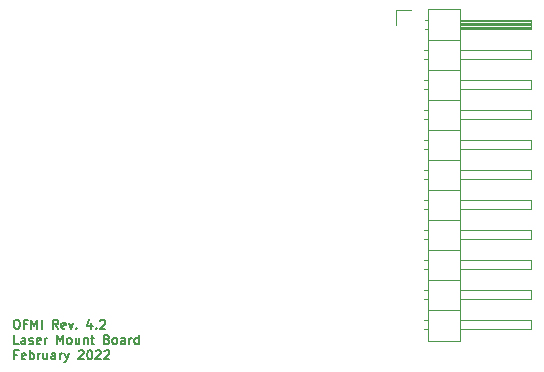
<source format=gbr>
G04 #@! TF.GenerationSoftware,KiCad,Pcbnew,(5.1.12)-1*
G04 #@! TF.CreationDate,2022-02-08T10:42:59-06:00*
G04 #@! TF.ProjectId,laser_mount_board,6c617365-725f-46d6-9f75-6e745f626f61,4.2*
G04 #@! TF.SameCoordinates,Original*
G04 #@! TF.FileFunction,Legend,Top*
G04 #@! TF.FilePolarity,Positive*
%FSLAX46Y46*%
G04 Gerber Fmt 4.6, Leading zero omitted, Abs format (unit mm)*
G04 Created by KiCad (PCBNEW (5.1.12)-1) date 2022-02-08 10:42:59*
%MOMM*%
%LPD*%
G01*
G04 APERTURE LIST*
%ADD10C,0.150000*%
%ADD11C,0.120000*%
G04 APERTURE END LIST*
D10*
X118407071Y-113859714D02*
X118552214Y-113859714D01*
X118624785Y-113896000D01*
X118697357Y-113968571D01*
X118733642Y-114113714D01*
X118733642Y-114367714D01*
X118697357Y-114512857D01*
X118624785Y-114585428D01*
X118552214Y-114621714D01*
X118407071Y-114621714D01*
X118334500Y-114585428D01*
X118261928Y-114512857D01*
X118225642Y-114367714D01*
X118225642Y-114113714D01*
X118261928Y-113968571D01*
X118334500Y-113896000D01*
X118407071Y-113859714D01*
X119314214Y-114222571D02*
X119060214Y-114222571D01*
X119060214Y-114621714D02*
X119060214Y-113859714D01*
X119423071Y-113859714D01*
X119713357Y-114621714D02*
X119713357Y-113859714D01*
X119967357Y-114404000D01*
X120221357Y-113859714D01*
X120221357Y-114621714D01*
X120584214Y-114621714D02*
X120584214Y-113859714D01*
X121963071Y-114621714D02*
X121709071Y-114258857D01*
X121527642Y-114621714D02*
X121527642Y-113859714D01*
X121817928Y-113859714D01*
X121890500Y-113896000D01*
X121926785Y-113932285D01*
X121963071Y-114004857D01*
X121963071Y-114113714D01*
X121926785Y-114186285D01*
X121890500Y-114222571D01*
X121817928Y-114258857D01*
X121527642Y-114258857D01*
X122579928Y-114585428D02*
X122507357Y-114621714D01*
X122362214Y-114621714D01*
X122289642Y-114585428D01*
X122253357Y-114512857D01*
X122253357Y-114222571D01*
X122289642Y-114150000D01*
X122362214Y-114113714D01*
X122507357Y-114113714D01*
X122579928Y-114150000D01*
X122616214Y-114222571D01*
X122616214Y-114295142D01*
X122253357Y-114367714D01*
X122870214Y-114113714D02*
X123051642Y-114621714D01*
X123233071Y-114113714D01*
X123523357Y-114549142D02*
X123559642Y-114585428D01*
X123523357Y-114621714D01*
X123487071Y-114585428D01*
X123523357Y-114549142D01*
X123523357Y-114621714D01*
X124793357Y-114113714D02*
X124793357Y-114621714D01*
X124611928Y-113823428D02*
X124430500Y-114367714D01*
X124902214Y-114367714D01*
X125192500Y-114549142D02*
X125228785Y-114585428D01*
X125192500Y-114621714D01*
X125156214Y-114585428D01*
X125192500Y-114549142D01*
X125192500Y-114621714D01*
X125519071Y-113932285D02*
X125555357Y-113896000D01*
X125627928Y-113859714D01*
X125809357Y-113859714D01*
X125881928Y-113896000D01*
X125918214Y-113932285D01*
X125954500Y-114004857D01*
X125954500Y-114077428D01*
X125918214Y-114186285D01*
X125482785Y-114621714D01*
X125954500Y-114621714D01*
X118624785Y-115914714D02*
X118261928Y-115914714D01*
X118261928Y-115152714D01*
X119205357Y-115914714D02*
X119205357Y-115515571D01*
X119169071Y-115443000D01*
X119096500Y-115406714D01*
X118951357Y-115406714D01*
X118878785Y-115443000D01*
X119205357Y-115878428D02*
X119132785Y-115914714D01*
X118951357Y-115914714D01*
X118878785Y-115878428D01*
X118842500Y-115805857D01*
X118842500Y-115733285D01*
X118878785Y-115660714D01*
X118951357Y-115624428D01*
X119132785Y-115624428D01*
X119205357Y-115588142D01*
X119531928Y-115878428D02*
X119604500Y-115914714D01*
X119749642Y-115914714D01*
X119822214Y-115878428D01*
X119858500Y-115805857D01*
X119858500Y-115769571D01*
X119822214Y-115697000D01*
X119749642Y-115660714D01*
X119640785Y-115660714D01*
X119568214Y-115624428D01*
X119531928Y-115551857D01*
X119531928Y-115515571D01*
X119568214Y-115443000D01*
X119640785Y-115406714D01*
X119749642Y-115406714D01*
X119822214Y-115443000D01*
X120475357Y-115878428D02*
X120402785Y-115914714D01*
X120257642Y-115914714D01*
X120185071Y-115878428D01*
X120148785Y-115805857D01*
X120148785Y-115515571D01*
X120185071Y-115443000D01*
X120257642Y-115406714D01*
X120402785Y-115406714D01*
X120475357Y-115443000D01*
X120511642Y-115515571D01*
X120511642Y-115588142D01*
X120148785Y-115660714D01*
X120838214Y-115914714D02*
X120838214Y-115406714D01*
X120838214Y-115551857D02*
X120874500Y-115479285D01*
X120910785Y-115443000D01*
X120983357Y-115406714D01*
X121055928Y-115406714D01*
X121890500Y-115914714D02*
X121890500Y-115152714D01*
X122144500Y-115697000D01*
X122398500Y-115152714D01*
X122398500Y-115914714D01*
X122870214Y-115914714D02*
X122797642Y-115878428D01*
X122761357Y-115842142D01*
X122725071Y-115769571D01*
X122725071Y-115551857D01*
X122761357Y-115479285D01*
X122797642Y-115443000D01*
X122870214Y-115406714D01*
X122979071Y-115406714D01*
X123051642Y-115443000D01*
X123087928Y-115479285D01*
X123124214Y-115551857D01*
X123124214Y-115769571D01*
X123087928Y-115842142D01*
X123051642Y-115878428D01*
X122979071Y-115914714D01*
X122870214Y-115914714D01*
X123777357Y-115406714D02*
X123777357Y-115914714D01*
X123450785Y-115406714D02*
X123450785Y-115805857D01*
X123487071Y-115878428D01*
X123559642Y-115914714D01*
X123668500Y-115914714D01*
X123741071Y-115878428D01*
X123777357Y-115842142D01*
X124140214Y-115406714D02*
X124140214Y-115914714D01*
X124140214Y-115479285D02*
X124176500Y-115443000D01*
X124249071Y-115406714D01*
X124357928Y-115406714D01*
X124430500Y-115443000D01*
X124466785Y-115515571D01*
X124466785Y-115914714D01*
X124720785Y-115406714D02*
X125011071Y-115406714D01*
X124829642Y-115152714D02*
X124829642Y-115805857D01*
X124865928Y-115878428D01*
X124938500Y-115914714D01*
X125011071Y-115914714D01*
X126099642Y-115515571D02*
X126208500Y-115551857D01*
X126244785Y-115588142D01*
X126281071Y-115660714D01*
X126281071Y-115769571D01*
X126244785Y-115842142D01*
X126208500Y-115878428D01*
X126135928Y-115914714D01*
X125845642Y-115914714D01*
X125845642Y-115152714D01*
X126099642Y-115152714D01*
X126172214Y-115189000D01*
X126208500Y-115225285D01*
X126244785Y-115297857D01*
X126244785Y-115370428D01*
X126208500Y-115443000D01*
X126172214Y-115479285D01*
X126099642Y-115515571D01*
X125845642Y-115515571D01*
X126716500Y-115914714D02*
X126643928Y-115878428D01*
X126607642Y-115842142D01*
X126571357Y-115769571D01*
X126571357Y-115551857D01*
X126607642Y-115479285D01*
X126643928Y-115443000D01*
X126716500Y-115406714D01*
X126825357Y-115406714D01*
X126897928Y-115443000D01*
X126934214Y-115479285D01*
X126970500Y-115551857D01*
X126970500Y-115769571D01*
X126934214Y-115842142D01*
X126897928Y-115878428D01*
X126825357Y-115914714D01*
X126716500Y-115914714D01*
X127623642Y-115914714D02*
X127623642Y-115515571D01*
X127587357Y-115443000D01*
X127514785Y-115406714D01*
X127369642Y-115406714D01*
X127297071Y-115443000D01*
X127623642Y-115878428D02*
X127551071Y-115914714D01*
X127369642Y-115914714D01*
X127297071Y-115878428D01*
X127260785Y-115805857D01*
X127260785Y-115733285D01*
X127297071Y-115660714D01*
X127369642Y-115624428D01*
X127551071Y-115624428D01*
X127623642Y-115588142D01*
X127986500Y-115914714D02*
X127986500Y-115406714D01*
X127986500Y-115551857D02*
X128022785Y-115479285D01*
X128059071Y-115443000D01*
X128131642Y-115406714D01*
X128204214Y-115406714D01*
X128784785Y-115914714D02*
X128784785Y-115152714D01*
X128784785Y-115878428D02*
X128712214Y-115914714D01*
X128567071Y-115914714D01*
X128494500Y-115878428D01*
X128458214Y-115842142D01*
X128421928Y-115769571D01*
X128421928Y-115551857D01*
X128458214Y-115479285D01*
X128494500Y-115443000D01*
X128567071Y-115406714D01*
X128712214Y-115406714D01*
X128784785Y-115443000D01*
X118515928Y-116808571D02*
X118261928Y-116808571D01*
X118261928Y-117207714D02*
X118261928Y-116445714D01*
X118624785Y-116445714D01*
X119205357Y-117171428D02*
X119132785Y-117207714D01*
X118987642Y-117207714D01*
X118915071Y-117171428D01*
X118878785Y-117098857D01*
X118878785Y-116808571D01*
X118915071Y-116736000D01*
X118987642Y-116699714D01*
X119132785Y-116699714D01*
X119205357Y-116736000D01*
X119241642Y-116808571D01*
X119241642Y-116881142D01*
X118878785Y-116953714D01*
X119568214Y-117207714D02*
X119568214Y-116445714D01*
X119568214Y-116736000D02*
X119640785Y-116699714D01*
X119785928Y-116699714D01*
X119858500Y-116736000D01*
X119894785Y-116772285D01*
X119931071Y-116844857D01*
X119931071Y-117062571D01*
X119894785Y-117135142D01*
X119858500Y-117171428D01*
X119785928Y-117207714D01*
X119640785Y-117207714D01*
X119568214Y-117171428D01*
X120257642Y-117207714D02*
X120257642Y-116699714D01*
X120257642Y-116844857D02*
X120293928Y-116772285D01*
X120330214Y-116736000D01*
X120402785Y-116699714D01*
X120475357Y-116699714D01*
X121055928Y-116699714D02*
X121055928Y-117207714D01*
X120729357Y-116699714D02*
X120729357Y-117098857D01*
X120765642Y-117171428D01*
X120838214Y-117207714D01*
X120947071Y-117207714D01*
X121019642Y-117171428D01*
X121055928Y-117135142D01*
X121745357Y-117207714D02*
X121745357Y-116808571D01*
X121709071Y-116736000D01*
X121636500Y-116699714D01*
X121491357Y-116699714D01*
X121418785Y-116736000D01*
X121745357Y-117171428D02*
X121672785Y-117207714D01*
X121491357Y-117207714D01*
X121418785Y-117171428D01*
X121382500Y-117098857D01*
X121382500Y-117026285D01*
X121418785Y-116953714D01*
X121491357Y-116917428D01*
X121672785Y-116917428D01*
X121745357Y-116881142D01*
X122108214Y-117207714D02*
X122108214Y-116699714D01*
X122108214Y-116844857D02*
X122144500Y-116772285D01*
X122180785Y-116736000D01*
X122253357Y-116699714D01*
X122325928Y-116699714D01*
X122507357Y-116699714D02*
X122688785Y-117207714D01*
X122870214Y-116699714D02*
X122688785Y-117207714D01*
X122616214Y-117389142D01*
X122579928Y-117425428D01*
X122507357Y-117461714D01*
X123704785Y-116518285D02*
X123741071Y-116482000D01*
X123813642Y-116445714D01*
X123995071Y-116445714D01*
X124067642Y-116482000D01*
X124103928Y-116518285D01*
X124140214Y-116590857D01*
X124140214Y-116663428D01*
X124103928Y-116772285D01*
X123668500Y-117207714D01*
X124140214Y-117207714D01*
X124611928Y-116445714D02*
X124684500Y-116445714D01*
X124757071Y-116482000D01*
X124793357Y-116518285D01*
X124829642Y-116590857D01*
X124865928Y-116736000D01*
X124865928Y-116917428D01*
X124829642Y-117062571D01*
X124793357Y-117135142D01*
X124757071Y-117171428D01*
X124684500Y-117207714D01*
X124611928Y-117207714D01*
X124539357Y-117171428D01*
X124503071Y-117135142D01*
X124466785Y-117062571D01*
X124430500Y-116917428D01*
X124430500Y-116736000D01*
X124466785Y-116590857D01*
X124503071Y-116518285D01*
X124539357Y-116482000D01*
X124611928Y-116445714D01*
X125156214Y-116518285D02*
X125192500Y-116482000D01*
X125265071Y-116445714D01*
X125446500Y-116445714D01*
X125519071Y-116482000D01*
X125555357Y-116518285D01*
X125591642Y-116590857D01*
X125591642Y-116663428D01*
X125555357Y-116772285D01*
X125119928Y-117207714D01*
X125591642Y-117207714D01*
X125881928Y-116518285D02*
X125918214Y-116482000D01*
X125990785Y-116445714D01*
X126172214Y-116445714D01*
X126244785Y-116482000D01*
X126281071Y-116518285D01*
X126317357Y-116590857D01*
X126317357Y-116663428D01*
X126281071Y-116772285D01*
X125845642Y-117207714D01*
X126317357Y-117207714D01*
D11*
X153332000Y-87570000D02*
X153332000Y-115630000D01*
X153332000Y-115630000D02*
X155992000Y-115630000D01*
X155992000Y-115630000D02*
X155992000Y-87570000D01*
X155992000Y-87570000D02*
X153332000Y-87570000D01*
X155992000Y-88520000D02*
X161992000Y-88520000D01*
X161992000Y-88520000D02*
X161992000Y-89280000D01*
X161992000Y-89280000D02*
X155992000Y-89280000D01*
X155992000Y-88580000D02*
X161992000Y-88580000D01*
X155992000Y-88700000D02*
X161992000Y-88700000D01*
X155992000Y-88820000D02*
X161992000Y-88820000D01*
X155992000Y-88940000D02*
X161992000Y-88940000D01*
X155992000Y-89060000D02*
X161992000Y-89060000D01*
X155992000Y-89180000D02*
X161992000Y-89180000D01*
X153002000Y-88520000D02*
X153332000Y-88520000D01*
X153002000Y-89280000D02*
X153332000Y-89280000D01*
X153332000Y-90170000D02*
X155992000Y-90170000D01*
X155992000Y-91060000D02*
X161992000Y-91060000D01*
X161992000Y-91060000D02*
X161992000Y-91820000D01*
X161992000Y-91820000D02*
X155992000Y-91820000D01*
X152934929Y-91060000D02*
X153332000Y-91060000D01*
X152934929Y-91820000D02*
X153332000Y-91820000D01*
X153332000Y-92710000D02*
X155992000Y-92710000D01*
X155992000Y-93600000D02*
X161992000Y-93600000D01*
X161992000Y-93600000D02*
X161992000Y-94360000D01*
X161992000Y-94360000D02*
X155992000Y-94360000D01*
X152934929Y-93600000D02*
X153332000Y-93600000D01*
X152934929Y-94360000D02*
X153332000Y-94360000D01*
X153332000Y-95250000D02*
X155992000Y-95250000D01*
X155992000Y-96140000D02*
X161992000Y-96140000D01*
X161992000Y-96140000D02*
X161992000Y-96900000D01*
X161992000Y-96900000D02*
X155992000Y-96900000D01*
X152934929Y-96140000D02*
X153332000Y-96140000D01*
X152934929Y-96900000D02*
X153332000Y-96900000D01*
X153332000Y-97790000D02*
X155992000Y-97790000D01*
X155992000Y-98680000D02*
X161992000Y-98680000D01*
X161992000Y-98680000D02*
X161992000Y-99440000D01*
X161992000Y-99440000D02*
X155992000Y-99440000D01*
X152934929Y-98680000D02*
X153332000Y-98680000D01*
X152934929Y-99440000D02*
X153332000Y-99440000D01*
X153332000Y-100330000D02*
X155992000Y-100330000D01*
X155992000Y-101220000D02*
X161992000Y-101220000D01*
X161992000Y-101220000D02*
X161992000Y-101980000D01*
X161992000Y-101980000D02*
X155992000Y-101980000D01*
X152934929Y-101220000D02*
X153332000Y-101220000D01*
X152934929Y-101980000D02*
X153332000Y-101980000D01*
X153332000Y-102870000D02*
X155992000Y-102870000D01*
X155992000Y-103760000D02*
X161992000Y-103760000D01*
X161992000Y-103760000D02*
X161992000Y-104520000D01*
X161992000Y-104520000D02*
X155992000Y-104520000D01*
X152934929Y-103760000D02*
X153332000Y-103760000D01*
X152934929Y-104520000D02*
X153332000Y-104520000D01*
X153332000Y-105410000D02*
X155992000Y-105410000D01*
X155992000Y-106300000D02*
X161992000Y-106300000D01*
X161992000Y-106300000D02*
X161992000Y-107060000D01*
X161992000Y-107060000D02*
X155992000Y-107060000D01*
X152934929Y-106300000D02*
X153332000Y-106300000D01*
X152934929Y-107060000D02*
X153332000Y-107060000D01*
X153332000Y-107950000D02*
X155992000Y-107950000D01*
X155992000Y-108840000D02*
X161992000Y-108840000D01*
X161992000Y-108840000D02*
X161992000Y-109600000D01*
X161992000Y-109600000D02*
X155992000Y-109600000D01*
X152934929Y-108840000D02*
X153332000Y-108840000D01*
X152934929Y-109600000D02*
X153332000Y-109600000D01*
X153332000Y-110490000D02*
X155992000Y-110490000D01*
X155992000Y-111380000D02*
X161992000Y-111380000D01*
X161992000Y-111380000D02*
X161992000Y-112140000D01*
X161992000Y-112140000D02*
X155992000Y-112140000D01*
X152934929Y-111380000D02*
X153332000Y-111380000D01*
X152934929Y-112140000D02*
X153332000Y-112140000D01*
X153332000Y-113030000D02*
X155992000Y-113030000D01*
X155992000Y-113920000D02*
X161992000Y-113920000D01*
X161992000Y-113920000D02*
X161992000Y-114680000D01*
X161992000Y-114680000D02*
X155992000Y-114680000D01*
X152934929Y-113920000D02*
X153332000Y-113920000D01*
X152934929Y-114680000D02*
X153332000Y-114680000D01*
X150622000Y-88900000D02*
X150622000Y-87630000D01*
X150622000Y-87630000D02*
X151892000Y-87630000D01*
M02*

</source>
